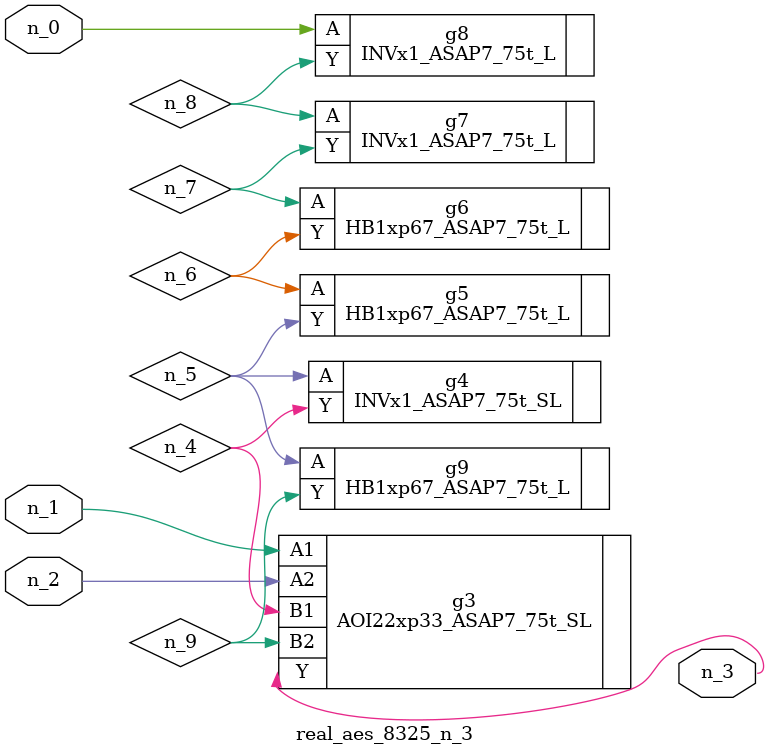
<source format=v>
module real_aes_8325_n_3 (n_0, n_2, n_1, n_3);
input n_0;
input n_2;
input n_1;
output n_3;
wire n_4;
wire n_5;
wire n_7;
wire n_9;
wire n_6;
wire n_8;
INVx1_ASAP7_75t_L g8 ( .A(n_0), .Y(n_8) );
AOI22xp33_ASAP7_75t_SL g3 ( .A1(n_1), .A2(n_2), .B1(n_4), .B2(n_9), .Y(n_3) );
INVx1_ASAP7_75t_SL g4 ( .A(n_5), .Y(n_4) );
HB1xp67_ASAP7_75t_L g9 ( .A(n_5), .Y(n_9) );
HB1xp67_ASAP7_75t_L g5 ( .A(n_6), .Y(n_5) );
HB1xp67_ASAP7_75t_L g6 ( .A(n_7), .Y(n_6) );
INVx1_ASAP7_75t_L g7 ( .A(n_8), .Y(n_7) );
endmodule
</source>
